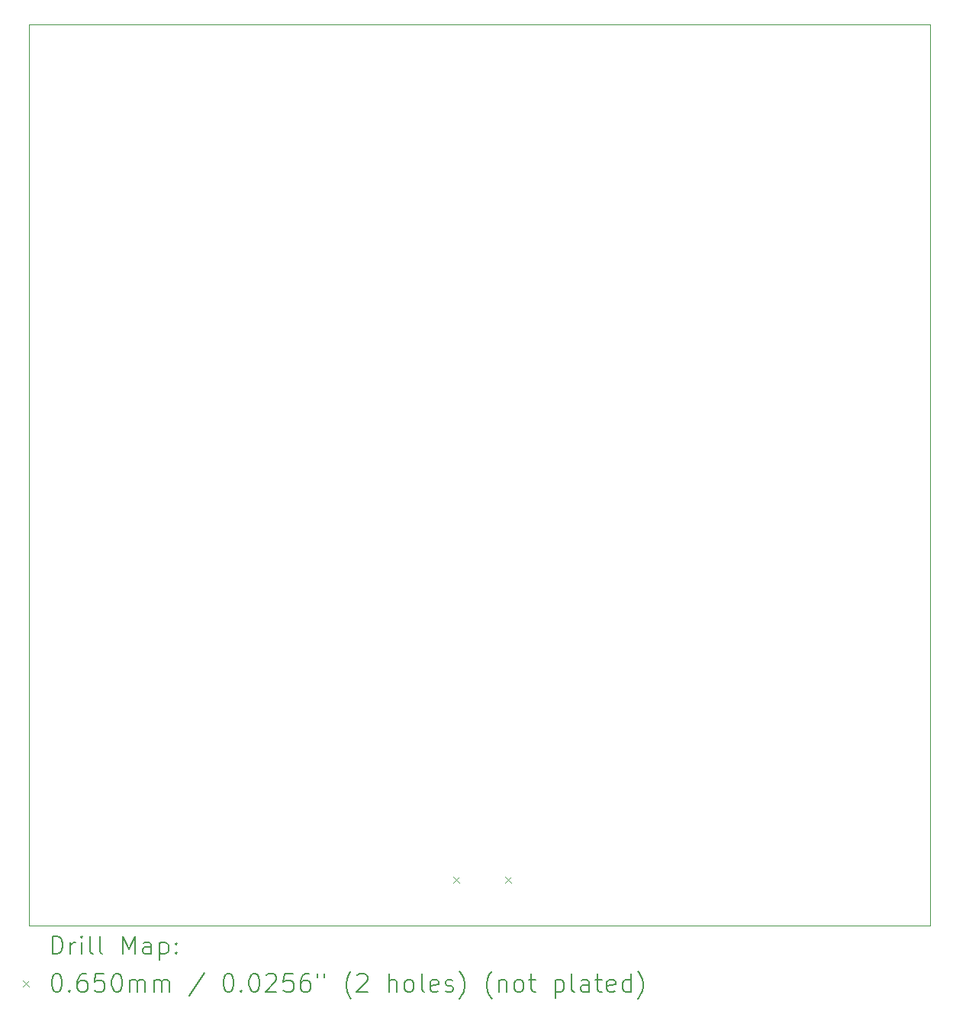
<source format=gbr>
%TF.GenerationSoftware,KiCad,Pcbnew,8.0.8*%
%TF.CreationDate,2025-01-31T07:59:14+01:00*%
%TF.ProjectId,H_bridge_PCB,485f6272-6964-4676-955f-5043422e6b69,rev?*%
%TF.SameCoordinates,Original*%
%TF.FileFunction,Drillmap*%
%TF.FilePolarity,Positive*%
%FSLAX45Y45*%
G04 Gerber Fmt 4.5, Leading zero omitted, Abs format (unit mm)*
G04 Created by KiCad (PCBNEW 8.0.8) date 2025-01-31 07:59:14*
%MOMM*%
%LPD*%
G01*
G04 APERTURE LIST*
%ADD10C,0.050000*%
%ADD11C,0.200000*%
%ADD12C,0.100000*%
G04 APERTURE END LIST*
D10*
X5000000Y-4950000D02*
X15000000Y-4950000D01*
X15000000Y-14950000D02*
X5000000Y-14950000D01*
X15000000Y-4950000D02*
X15000000Y-14950000D01*
X5000000Y-14950000D02*
X5000000Y-4950000D01*
D11*
D12*
X9703500Y-14407000D02*
X9768500Y-14472000D01*
X9768500Y-14407000D02*
X9703500Y-14472000D01*
X10281500Y-14407000D02*
X10346500Y-14472000D01*
X10346500Y-14407000D02*
X10281500Y-14472000D01*
D11*
X5258277Y-15263984D02*
X5258277Y-15063984D01*
X5258277Y-15063984D02*
X5305896Y-15063984D01*
X5305896Y-15063984D02*
X5334467Y-15073508D01*
X5334467Y-15073508D02*
X5353515Y-15092555D01*
X5353515Y-15092555D02*
X5363039Y-15111603D01*
X5363039Y-15111603D02*
X5372563Y-15149698D01*
X5372563Y-15149698D02*
X5372563Y-15178269D01*
X5372563Y-15178269D02*
X5363039Y-15216365D01*
X5363039Y-15216365D02*
X5353515Y-15235412D01*
X5353515Y-15235412D02*
X5334467Y-15254460D01*
X5334467Y-15254460D02*
X5305896Y-15263984D01*
X5305896Y-15263984D02*
X5258277Y-15263984D01*
X5458277Y-15263984D02*
X5458277Y-15130650D01*
X5458277Y-15168746D02*
X5467801Y-15149698D01*
X5467801Y-15149698D02*
X5477324Y-15140174D01*
X5477324Y-15140174D02*
X5496372Y-15130650D01*
X5496372Y-15130650D02*
X5515420Y-15130650D01*
X5582086Y-15263984D02*
X5582086Y-15130650D01*
X5582086Y-15063984D02*
X5572563Y-15073508D01*
X5572563Y-15073508D02*
X5582086Y-15083031D01*
X5582086Y-15083031D02*
X5591610Y-15073508D01*
X5591610Y-15073508D02*
X5582086Y-15063984D01*
X5582086Y-15063984D02*
X5582086Y-15083031D01*
X5705896Y-15263984D02*
X5686848Y-15254460D01*
X5686848Y-15254460D02*
X5677324Y-15235412D01*
X5677324Y-15235412D02*
X5677324Y-15063984D01*
X5810658Y-15263984D02*
X5791610Y-15254460D01*
X5791610Y-15254460D02*
X5782086Y-15235412D01*
X5782086Y-15235412D02*
X5782086Y-15063984D01*
X6039229Y-15263984D02*
X6039229Y-15063984D01*
X6039229Y-15063984D02*
X6105896Y-15206841D01*
X6105896Y-15206841D02*
X6172562Y-15063984D01*
X6172562Y-15063984D02*
X6172562Y-15263984D01*
X6353515Y-15263984D02*
X6353515Y-15159222D01*
X6353515Y-15159222D02*
X6343991Y-15140174D01*
X6343991Y-15140174D02*
X6324943Y-15130650D01*
X6324943Y-15130650D02*
X6286848Y-15130650D01*
X6286848Y-15130650D02*
X6267801Y-15140174D01*
X6353515Y-15254460D02*
X6334467Y-15263984D01*
X6334467Y-15263984D02*
X6286848Y-15263984D01*
X6286848Y-15263984D02*
X6267801Y-15254460D01*
X6267801Y-15254460D02*
X6258277Y-15235412D01*
X6258277Y-15235412D02*
X6258277Y-15216365D01*
X6258277Y-15216365D02*
X6267801Y-15197317D01*
X6267801Y-15197317D02*
X6286848Y-15187793D01*
X6286848Y-15187793D02*
X6334467Y-15187793D01*
X6334467Y-15187793D02*
X6353515Y-15178269D01*
X6448753Y-15130650D02*
X6448753Y-15330650D01*
X6448753Y-15140174D02*
X6467801Y-15130650D01*
X6467801Y-15130650D02*
X6505896Y-15130650D01*
X6505896Y-15130650D02*
X6524943Y-15140174D01*
X6524943Y-15140174D02*
X6534467Y-15149698D01*
X6534467Y-15149698D02*
X6543991Y-15168746D01*
X6543991Y-15168746D02*
X6543991Y-15225888D01*
X6543991Y-15225888D02*
X6534467Y-15244936D01*
X6534467Y-15244936D02*
X6524943Y-15254460D01*
X6524943Y-15254460D02*
X6505896Y-15263984D01*
X6505896Y-15263984D02*
X6467801Y-15263984D01*
X6467801Y-15263984D02*
X6448753Y-15254460D01*
X6629705Y-15244936D02*
X6639229Y-15254460D01*
X6639229Y-15254460D02*
X6629705Y-15263984D01*
X6629705Y-15263984D02*
X6620182Y-15254460D01*
X6620182Y-15254460D02*
X6629705Y-15244936D01*
X6629705Y-15244936D02*
X6629705Y-15263984D01*
X6629705Y-15140174D02*
X6639229Y-15149698D01*
X6639229Y-15149698D02*
X6629705Y-15159222D01*
X6629705Y-15159222D02*
X6620182Y-15149698D01*
X6620182Y-15149698D02*
X6629705Y-15140174D01*
X6629705Y-15140174D02*
X6629705Y-15159222D01*
D12*
X4932500Y-15560000D02*
X4997500Y-15625000D01*
X4997500Y-15560000D02*
X4932500Y-15625000D01*
D11*
X5296372Y-15483984D02*
X5315420Y-15483984D01*
X5315420Y-15483984D02*
X5334467Y-15493508D01*
X5334467Y-15493508D02*
X5343991Y-15503031D01*
X5343991Y-15503031D02*
X5353515Y-15522079D01*
X5353515Y-15522079D02*
X5363039Y-15560174D01*
X5363039Y-15560174D02*
X5363039Y-15607793D01*
X5363039Y-15607793D02*
X5353515Y-15645888D01*
X5353515Y-15645888D02*
X5343991Y-15664936D01*
X5343991Y-15664936D02*
X5334467Y-15674460D01*
X5334467Y-15674460D02*
X5315420Y-15683984D01*
X5315420Y-15683984D02*
X5296372Y-15683984D01*
X5296372Y-15683984D02*
X5277324Y-15674460D01*
X5277324Y-15674460D02*
X5267801Y-15664936D01*
X5267801Y-15664936D02*
X5258277Y-15645888D01*
X5258277Y-15645888D02*
X5248753Y-15607793D01*
X5248753Y-15607793D02*
X5248753Y-15560174D01*
X5248753Y-15560174D02*
X5258277Y-15522079D01*
X5258277Y-15522079D02*
X5267801Y-15503031D01*
X5267801Y-15503031D02*
X5277324Y-15493508D01*
X5277324Y-15493508D02*
X5296372Y-15483984D01*
X5448753Y-15664936D02*
X5458277Y-15674460D01*
X5458277Y-15674460D02*
X5448753Y-15683984D01*
X5448753Y-15683984D02*
X5439229Y-15674460D01*
X5439229Y-15674460D02*
X5448753Y-15664936D01*
X5448753Y-15664936D02*
X5448753Y-15683984D01*
X5629705Y-15483984D02*
X5591610Y-15483984D01*
X5591610Y-15483984D02*
X5572563Y-15493508D01*
X5572563Y-15493508D02*
X5563039Y-15503031D01*
X5563039Y-15503031D02*
X5543991Y-15531603D01*
X5543991Y-15531603D02*
X5534467Y-15569698D01*
X5534467Y-15569698D02*
X5534467Y-15645888D01*
X5534467Y-15645888D02*
X5543991Y-15664936D01*
X5543991Y-15664936D02*
X5553515Y-15674460D01*
X5553515Y-15674460D02*
X5572563Y-15683984D01*
X5572563Y-15683984D02*
X5610658Y-15683984D01*
X5610658Y-15683984D02*
X5629705Y-15674460D01*
X5629705Y-15674460D02*
X5639229Y-15664936D01*
X5639229Y-15664936D02*
X5648753Y-15645888D01*
X5648753Y-15645888D02*
X5648753Y-15598269D01*
X5648753Y-15598269D02*
X5639229Y-15579222D01*
X5639229Y-15579222D02*
X5629705Y-15569698D01*
X5629705Y-15569698D02*
X5610658Y-15560174D01*
X5610658Y-15560174D02*
X5572563Y-15560174D01*
X5572563Y-15560174D02*
X5553515Y-15569698D01*
X5553515Y-15569698D02*
X5543991Y-15579222D01*
X5543991Y-15579222D02*
X5534467Y-15598269D01*
X5829705Y-15483984D02*
X5734467Y-15483984D01*
X5734467Y-15483984D02*
X5724943Y-15579222D01*
X5724943Y-15579222D02*
X5734467Y-15569698D01*
X5734467Y-15569698D02*
X5753515Y-15560174D01*
X5753515Y-15560174D02*
X5801134Y-15560174D01*
X5801134Y-15560174D02*
X5820182Y-15569698D01*
X5820182Y-15569698D02*
X5829705Y-15579222D01*
X5829705Y-15579222D02*
X5839229Y-15598269D01*
X5839229Y-15598269D02*
X5839229Y-15645888D01*
X5839229Y-15645888D02*
X5829705Y-15664936D01*
X5829705Y-15664936D02*
X5820182Y-15674460D01*
X5820182Y-15674460D02*
X5801134Y-15683984D01*
X5801134Y-15683984D02*
X5753515Y-15683984D01*
X5753515Y-15683984D02*
X5734467Y-15674460D01*
X5734467Y-15674460D02*
X5724943Y-15664936D01*
X5963039Y-15483984D02*
X5982086Y-15483984D01*
X5982086Y-15483984D02*
X6001134Y-15493508D01*
X6001134Y-15493508D02*
X6010658Y-15503031D01*
X6010658Y-15503031D02*
X6020182Y-15522079D01*
X6020182Y-15522079D02*
X6029705Y-15560174D01*
X6029705Y-15560174D02*
X6029705Y-15607793D01*
X6029705Y-15607793D02*
X6020182Y-15645888D01*
X6020182Y-15645888D02*
X6010658Y-15664936D01*
X6010658Y-15664936D02*
X6001134Y-15674460D01*
X6001134Y-15674460D02*
X5982086Y-15683984D01*
X5982086Y-15683984D02*
X5963039Y-15683984D01*
X5963039Y-15683984D02*
X5943991Y-15674460D01*
X5943991Y-15674460D02*
X5934467Y-15664936D01*
X5934467Y-15664936D02*
X5924943Y-15645888D01*
X5924943Y-15645888D02*
X5915420Y-15607793D01*
X5915420Y-15607793D02*
X5915420Y-15560174D01*
X5915420Y-15560174D02*
X5924943Y-15522079D01*
X5924943Y-15522079D02*
X5934467Y-15503031D01*
X5934467Y-15503031D02*
X5943991Y-15493508D01*
X5943991Y-15493508D02*
X5963039Y-15483984D01*
X6115420Y-15683984D02*
X6115420Y-15550650D01*
X6115420Y-15569698D02*
X6124943Y-15560174D01*
X6124943Y-15560174D02*
X6143991Y-15550650D01*
X6143991Y-15550650D02*
X6172563Y-15550650D01*
X6172563Y-15550650D02*
X6191610Y-15560174D01*
X6191610Y-15560174D02*
X6201134Y-15579222D01*
X6201134Y-15579222D02*
X6201134Y-15683984D01*
X6201134Y-15579222D02*
X6210658Y-15560174D01*
X6210658Y-15560174D02*
X6229705Y-15550650D01*
X6229705Y-15550650D02*
X6258277Y-15550650D01*
X6258277Y-15550650D02*
X6277324Y-15560174D01*
X6277324Y-15560174D02*
X6286848Y-15579222D01*
X6286848Y-15579222D02*
X6286848Y-15683984D01*
X6382086Y-15683984D02*
X6382086Y-15550650D01*
X6382086Y-15569698D02*
X6391610Y-15560174D01*
X6391610Y-15560174D02*
X6410658Y-15550650D01*
X6410658Y-15550650D02*
X6439229Y-15550650D01*
X6439229Y-15550650D02*
X6458277Y-15560174D01*
X6458277Y-15560174D02*
X6467801Y-15579222D01*
X6467801Y-15579222D02*
X6467801Y-15683984D01*
X6467801Y-15579222D02*
X6477324Y-15560174D01*
X6477324Y-15560174D02*
X6496372Y-15550650D01*
X6496372Y-15550650D02*
X6524943Y-15550650D01*
X6524943Y-15550650D02*
X6543991Y-15560174D01*
X6543991Y-15560174D02*
X6553515Y-15579222D01*
X6553515Y-15579222D02*
X6553515Y-15683984D01*
X6943991Y-15474460D02*
X6772563Y-15731603D01*
X7201134Y-15483984D02*
X7220182Y-15483984D01*
X7220182Y-15483984D02*
X7239229Y-15493508D01*
X7239229Y-15493508D02*
X7248753Y-15503031D01*
X7248753Y-15503031D02*
X7258277Y-15522079D01*
X7258277Y-15522079D02*
X7267801Y-15560174D01*
X7267801Y-15560174D02*
X7267801Y-15607793D01*
X7267801Y-15607793D02*
X7258277Y-15645888D01*
X7258277Y-15645888D02*
X7248753Y-15664936D01*
X7248753Y-15664936D02*
X7239229Y-15674460D01*
X7239229Y-15674460D02*
X7220182Y-15683984D01*
X7220182Y-15683984D02*
X7201134Y-15683984D01*
X7201134Y-15683984D02*
X7182086Y-15674460D01*
X7182086Y-15674460D02*
X7172563Y-15664936D01*
X7172563Y-15664936D02*
X7163039Y-15645888D01*
X7163039Y-15645888D02*
X7153515Y-15607793D01*
X7153515Y-15607793D02*
X7153515Y-15560174D01*
X7153515Y-15560174D02*
X7163039Y-15522079D01*
X7163039Y-15522079D02*
X7172563Y-15503031D01*
X7172563Y-15503031D02*
X7182086Y-15493508D01*
X7182086Y-15493508D02*
X7201134Y-15483984D01*
X7353515Y-15664936D02*
X7363039Y-15674460D01*
X7363039Y-15674460D02*
X7353515Y-15683984D01*
X7353515Y-15683984D02*
X7343991Y-15674460D01*
X7343991Y-15674460D02*
X7353515Y-15664936D01*
X7353515Y-15664936D02*
X7353515Y-15683984D01*
X7486848Y-15483984D02*
X7505896Y-15483984D01*
X7505896Y-15483984D02*
X7524944Y-15493508D01*
X7524944Y-15493508D02*
X7534467Y-15503031D01*
X7534467Y-15503031D02*
X7543991Y-15522079D01*
X7543991Y-15522079D02*
X7553515Y-15560174D01*
X7553515Y-15560174D02*
X7553515Y-15607793D01*
X7553515Y-15607793D02*
X7543991Y-15645888D01*
X7543991Y-15645888D02*
X7534467Y-15664936D01*
X7534467Y-15664936D02*
X7524944Y-15674460D01*
X7524944Y-15674460D02*
X7505896Y-15683984D01*
X7505896Y-15683984D02*
X7486848Y-15683984D01*
X7486848Y-15683984D02*
X7467801Y-15674460D01*
X7467801Y-15674460D02*
X7458277Y-15664936D01*
X7458277Y-15664936D02*
X7448753Y-15645888D01*
X7448753Y-15645888D02*
X7439229Y-15607793D01*
X7439229Y-15607793D02*
X7439229Y-15560174D01*
X7439229Y-15560174D02*
X7448753Y-15522079D01*
X7448753Y-15522079D02*
X7458277Y-15503031D01*
X7458277Y-15503031D02*
X7467801Y-15493508D01*
X7467801Y-15493508D02*
X7486848Y-15483984D01*
X7629706Y-15503031D02*
X7639229Y-15493508D01*
X7639229Y-15493508D02*
X7658277Y-15483984D01*
X7658277Y-15483984D02*
X7705896Y-15483984D01*
X7705896Y-15483984D02*
X7724944Y-15493508D01*
X7724944Y-15493508D02*
X7734467Y-15503031D01*
X7734467Y-15503031D02*
X7743991Y-15522079D01*
X7743991Y-15522079D02*
X7743991Y-15541127D01*
X7743991Y-15541127D02*
X7734467Y-15569698D01*
X7734467Y-15569698D02*
X7620182Y-15683984D01*
X7620182Y-15683984D02*
X7743991Y-15683984D01*
X7924944Y-15483984D02*
X7829706Y-15483984D01*
X7829706Y-15483984D02*
X7820182Y-15579222D01*
X7820182Y-15579222D02*
X7829706Y-15569698D01*
X7829706Y-15569698D02*
X7848753Y-15560174D01*
X7848753Y-15560174D02*
X7896372Y-15560174D01*
X7896372Y-15560174D02*
X7915420Y-15569698D01*
X7915420Y-15569698D02*
X7924944Y-15579222D01*
X7924944Y-15579222D02*
X7934467Y-15598269D01*
X7934467Y-15598269D02*
X7934467Y-15645888D01*
X7934467Y-15645888D02*
X7924944Y-15664936D01*
X7924944Y-15664936D02*
X7915420Y-15674460D01*
X7915420Y-15674460D02*
X7896372Y-15683984D01*
X7896372Y-15683984D02*
X7848753Y-15683984D01*
X7848753Y-15683984D02*
X7829706Y-15674460D01*
X7829706Y-15674460D02*
X7820182Y-15664936D01*
X8105896Y-15483984D02*
X8067801Y-15483984D01*
X8067801Y-15483984D02*
X8048753Y-15493508D01*
X8048753Y-15493508D02*
X8039229Y-15503031D01*
X8039229Y-15503031D02*
X8020182Y-15531603D01*
X8020182Y-15531603D02*
X8010658Y-15569698D01*
X8010658Y-15569698D02*
X8010658Y-15645888D01*
X8010658Y-15645888D02*
X8020182Y-15664936D01*
X8020182Y-15664936D02*
X8029706Y-15674460D01*
X8029706Y-15674460D02*
X8048753Y-15683984D01*
X8048753Y-15683984D02*
X8086848Y-15683984D01*
X8086848Y-15683984D02*
X8105896Y-15674460D01*
X8105896Y-15674460D02*
X8115420Y-15664936D01*
X8115420Y-15664936D02*
X8124944Y-15645888D01*
X8124944Y-15645888D02*
X8124944Y-15598269D01*
X8124944Y-15598269D02*
X8115420Y-15579222D01*
X8115420Y-15579222D02*
X8105896Y-15569698D01*
X8105896Y-15569698D02*
X8086848Y-15560174D01*
X8086848Y-15560174D02*
X8048753Y-15560174D01*
X8048753Y-15560174D02*
X8029706Y-15569698D01*
X8029706Y-15569698D02*
X8020182Y-15579222D01*
X8020182Y-15579222D02*
X8010658Y-15598269D01*
X8201134Y-15483984D02*
X8201134Y-15522079D01*
X8277325Y-15483984D02*
X8277325Y-15522079D01*
X8572563Y-15760174D02*
X8563039Y-15750650D01*
X8563039Y-15750650D02*
X8543991Y-15722079D01*
X8543991Y-15722079D02*
X8534468Y-15703031D01*
X8534468Y-15703031D02*
X8524944Y-15674460D01*
X8524944Y-15674460D02*
X8515420Y-15626841D01*
X8515420Y-15626841D02*
X8515420Y-15588746D01*
X8515420Y-15588746D02*
X8524944Y-15541127D01*
X8524944Y-15541127D02*
X8534468Y-15512555D01*
X8534468Y-15512555D02*
X8543991Y-15493508D01*
X8543991Y-15493508D02*
X8563039Y-15464936D01*
X8563039Y-15464936D02*
X8572563Y-15455412D01*
X8639230Y-15503031D02*
X8648753Y-15493508D01*
X8648753Y-15493508D02*
X8667801Y-15483984D01*
X8667801Y-15483984D02*
X8715420Y-15483984D01*
X8715420Y-15483984D02*
X8734468Y-15493508D01*
X8734468Y-15493508D02*
X8743991Y-15503031D01*
X8743991Y-15503031D02*
X8753515Y-15522079D01*
X8753515Y-15522079D02*
X8753515Y-15541127D01*
X8753515Y-15541127D02*
X8743991Y-15569698D01*
X8743991Y-15569698D02*
X8629706Y-15683984D01*
X8629706Y-15683984D02*
X8753515Y-15683984D01*
X8991611Y-15683984D02*
X8991611Y-15483984D01*
X9077325Y-15683984D02*
X9077325Y-15579222D01*
X9077325Y-15579222D02*
X9067801Y-15560174D01*
X9067801Y-15560174D02*
X9048753Y-15550650D01*
X9048753Y-15550650D02*
X9020182Y-15550650D01*
X9020182Y-15550650D02*
X9001134Y-15560174D01*
X9001134Y-15560174D02*
X8991611Y-15569698D01*
X9201134Y-15683984D02*
X9182087Y-15674460D01*
X9182087Y-15674460D02*
X9172563Y-15664936D01*
X9172563Y-15664936D02*
X9163039Y-15645888D01*
X9163039Y-15645888D02*
X9163039Y-15588746D01*
X9163039Y-15588746D02*
X9172563Y-15569698D01*
X9172563Y-15569698D02*
X9182087Y-15560174D01*
X9182087Y-15560174D02*
X9201134Y-15550650D01*
X9201134Y-15550650D02*
X9229706Y-15550650D01*
X9229706Y-15550650D02*
X9248753Y-15560174D01*
X9248753Y-15560174D02*
X9258277Y-15569698D01*
X9258277Y-15569698D02*
X9267801Y-15588746D01*
X9267801Y-15588746D02*
X9267801Y-15645888D01*
X9267801Y-15645888D02*
X9258277Y-15664936D01*
X9258277Y-15664936D02*
X9248753Y-15674460D01*
X9248753Y-15674460D02*
X9229706Y-15683984D01*
X9229706Y-15683984D02*
X9201134Y-15683984D01*
X9382087Y-15683984D02*
X9363039Y-15674460D01*
X9363039Y-15674460D02*
X9353515Y-15655412D01*
X9353515Y-15655412D02*
X9353515Y-15483984D01*
X9534468Y-15674460D02*
X9515420Y-15683984D01*
X9515420Y-15683984D02*
X9477325Y-15683984D01*
X9477325Y-15683984D02*
X9458277Y-15674460D01*
X9458277Y-15674460D02*
X9448753Y-15655412D01*
X9448753Y-15655412D02*
X9448753Y-15579222D01*
X9448753Y-15579222D02*
X9458277Y-15560174D01*
X9458277Y-15560174D02*
X9477325Y-15550650D01*
X9477325Y-15550650D02*
X9515420Y-15550650D01*
X9515420Y-15550650D02*
X9534468Y-15560174D01*
X9534468Y-15560174D02*
X9543992Y-15579222D01*
X9543992Y-15579222D02*
X9543992Y-15598269D01*
X9543992Y-15598269D02*
X9448753Y-15617317D01*
X9620182Y-15674460D02*
X9639230Y-15683984D01*
X9639230Y-15683984D02*
X9677325Y-15683984D01*
X9677325Y-15683984D02*
X9696373Y-15674460D01*
X9696373Y-15674460D02*
X9705896Y-15655412D01*
X9705896Y-15655412D02*
X9705896Y-15645888D01*
X9705896Y-15645888D02*
X9696373Y-15626841D01*
X9696373Y-15626841D02*
X9677325Y-15617317D01*
X9677325Y-15617317D02*
X9648753Y-15617317D01*
X9648753Y-15617317D02*
X9629706Y-15607793D01*
X9629706Y-15607793D02*
X9620182Y-15588746D01*
X9620182Y-15588746D02*
X9620182Y-15579222D01*
X9620182Y-15579222D02*
X9629706Y-15560174D01*
X9629706Y-15560174D02*
X9648753Y-15550650D01*
X9648753Y-15550650D02*
X9677325Y-15550650D01*
X9677325Y-15550650D02*
X9696373Y-15560174D01*
X9772563Y-15760174D02*
X9782087Y-15750650D01*
X9782087Y-15750650D02*
X9801134Y-15722079D01*
X9801134Y-15722079D02*
X9810658Y-15703031D01*
X9810658Y-15703031D02*
X9820182Y-15674460D01*
X9820182Y-15674460D02*
X9829706Y-15626841D01*
X9829706Y-15626841D02*
X9829706Y-15588746D01*
X9829706Y-15588746D02*
X9820182Y-15541127D01*
X9820182Y-15541127D02*
X9810658Y-15512555D01*
X9810658Y-15512555D02*
X9801134Y-15493508D01*
X9801134Y-15493508D02*
X9782087Y-15464936D01*
X9782087Y-15464936D02*
X9772563Y-15455412D01*
X10134468Y-15760174D02*
X10124944Y-15750650D01*
X10124944Y-15750650D02*
X10105896Y-15722079D01*
X10105896Y-15722079D02*
X10096373Y-15703031D01*
X10096373Y-15703031D02*
X10086849Y-15674460D01*
X10086849Y-15674460D02*
X10077325Y-15626841D01*
X10077325Y-15626841D02*
X10077325Y-15588746D01*
X10077325Y-15588746D02*
X10086849Y-15541127D01*
X10086849Y-15541127D02*
X10096373Y-15512555D01*
X10096373Y-15512555D02*
X10105896Y-15493508D01*
X10105896Y-15493508D02*
X10124944Y-15464936D01*
X10124944Y-15464936D02*
X10134468Y-15455412D01*
X10210658Y-15550650D02*
X10210658Y-15683984D01*
X10210658Y-15569698D02*
X10220182Y-15560174D01*
X10220182Y-15560174D02*
X10239230Y-15550650D01*
X10239230Y-15550650D02*
X10267801Y-15550650D01*
X10267801Y-15550650D02*
X10286849Y-15560174D01*
X10286849Y-15560174D02*
X10296373Y-15579222D01*
X10296373Y-15579222D02*
X10296373Y-15683984D01*
X10420182Y-15683984D02*
X10401134Y-15674460D01*
X10401134Y-15674460D02*
X10391611Y-15664936D01*
X10391611Y-15664936D02*
X10382087Y-15645888D01*
X10382087Y-15645888D02*
X10382087Y-15588746D01*
X10382087Y-15588746D02*
X10391611Y-15569698D01*
X10391611Y-15569698D02*
X10401134Y-15560174D01*
X10401134Y-15560174D02*
X10420182Y-15550650D01*
X10420182Y-15550650D02*
X10448754Y-15550650D01*
X10448754Y-15550650D02*
X10467801Y-15560174D01*
X10467801Y-15560174D02*
X10477325Y-15569698D01*
X10477325Y-15569698D02*
X10486849Y-15588746D01*
X10486849Y-15588746D02*
X10486849Y-15645888D01*
X10486849Y-15645888D02*
X10477325Y-15664936D01*
X10477325Y-15664936D02*
X10467801Y-15674460D01*
X10467801Y-15674460D02*
X10448754Y-15683984D01*
X10448754Y-15683984D02*
X10420182Y-15683984D01*
X10543992Y-15550650D02*
X10620182Y-15550650D01*
X10572563Y-15483984D02*
X10572563Y-15655412D01*
X10572563Y-15655412D02*
X10582087Y-15674460D01*
X10582087Y-15674460D02*
X10601134Y-15683984D01*
X10601134Y-15683984D02*
X10620182Y-15683984D01*
X10839230Y-15550650D02*
X10839230Y-15750650D01*
X10839230Y-15560174D02*
X10858277Y-15550650D01*
X10858277Y-15550650D02*
X10896373Y-15550650D01*
X10896373Y-15550650D02*
X10915420Y-15560174D01*
X10915420Y-15560174D02*
X10924944Y-15569698D01*
X10924944Y-15569698D02*
X10934468Y-15588746D01*
X10934468Y-15588746D02*
X10934468Y-15645888D01*
X10934468Y-15645888D02*
X10924944Y-15664936D01*
X10924944Y-15664936D02*
X10915420Y-15674460D01*
X10915420Y-15674460D02*
X10896373Y-15683984D01*
X10896373Y-15683984D02*
X10858277Y-15683984D01*
X10858277Y-15683984D02*
X10839230Y-15674460D01*
X11048754Y-15683984D02*
X11029706Y-15674460D01*
X11029706Y-15674460D02*
X11020182Y-15655412D01*
X11020182Y-15655412D02*
X11020182Y-15483984D01*
X11210658Y-15683984D02*
X11210658Y-15579222D01*
X11210658Y-15579222D02*
X11201134Y-15560174D01*
X11201134Y-15560174D02*
X11182087Y-15550650D01*
X11182087Y-15550650D02*
X11143992Y-15550650D01*
X11143992Y-15550650D02*
X11124944Y-15560174D01*
X11210658Y-15674460D02*
X11191611Y-15683984D01*
X11191611Y-15683984D02*
X11143992Y-15683984D01*
X11143992Y-15683984D02*
X11124944Y-15674460D01*
X11124944Y-15674460D02*
X11115420Y-15655412D01*
X11115420Y-15655412D02*
X11115420Y-15636365D01*
X11115420Y-15636365D02*
X11124944Y-15617317D01*
X11124944Y-15617317D02*
X11143992Y-15607793D01*
X11143992Y-15607793D02*
X11191611Y-15607793D01*
X11191611Y-15607793D02*
X11210658Y-15598269D01*
X11277325Y-15550650D02*
X11353515Y-15550650D01*
X11305896Y-15483984D02*
X11305896Y-15655412D01*
X11305896Y-15655412D02*
X11315420Y-15674460D01*
X11315420Y-15674460D02*
X11334468Y-15683984D01*
X11334468Y-15683984D02*
X11353515Y-15683984D01*
X11496373Y-15674460D02*
X11477325Y-15683984D01*
X11477325Y-15683984D02*
X11439230Y-15683984D01*
X11439230Y-15683984D02*
X11420182Y-15674460D01*
X11420182Y-15674460D02*
X11410658Y-15655412D01*
X11410658Y-15655412D02*
X11410658Y-15579222D01*
X11410658Y-15579222D02*
X11420182Y-15560174D01*
X11420182Y-15560174D02*
X11439230Y-15550650D01*
X11439230Y-15550650D02*
X11477325Y-15550650D01*
X11477325Y-15550650D02*
X11496373Y-15560174D01*
X11496373Y-15560174D02*
X11505896Y-15579222D01*
X11505896Y-15579222D02*
X11505896Y-15598269D01*
X11505896Y-15598269D02*
X11410658Y-15617317D01*
X11677325Y-15683984D02*
X11677325Y-15483984D01*
X11677325Y-15674460D02*
X11658277Y-15683984D01*
X11658277Y-15683984D02*
X11620182Y-15683984D01*
X11620182Y-15683984D02*
X11601134Y-15674460D01*
X11601134Y-15674460D02*
X11591611Y-15664936D01*
X11591611Y-15664936D02*
X11582087Y-15645888D01*
X11582087Y-15645888D02*
X11582087Y-15588746D01*
X11582087Y-15588746D02*
X11591611Y-15569698D01*
X11591611Y-15569698D02*
X11601134Y-15560174D01*
X11601134Y-15560174D02*
X11620182Y-15550650D01*
X11620182Y-15550650D02*
X11658277Y-15550650D01*
X11658277Y-15550650D02*
X11677325Y-15560174D01*
X11753515Y-15760174D02*
X11763039Y-15750650D01*
X11763039Y-15750650D02*
X11782087Y-15722079D01*
X11782087Y-15722079D02*
X11791611Y-15703031D01*
X11791611Y-15703031D02*
X11801134Y-15674460D01*
X11801134Y-15674460D02*
X11810658Y-15626841D01*
X11810658Y-15626841D02*
X11810658Y-15588746D01*
X11810658Y-15588746D02*
X11801134Y-15541127D01*
X11801134Y-15541127D02*
X11791611Y-15512555D01*
X11791611Y-15512555D02*
X11782087Y-15493508D01*
X11782087Y-15493508D02*
X11763039Y-15464936D01*
X11763039Y-15464936D02*
X11753515Y-15455412D01*
M02*

</source>
